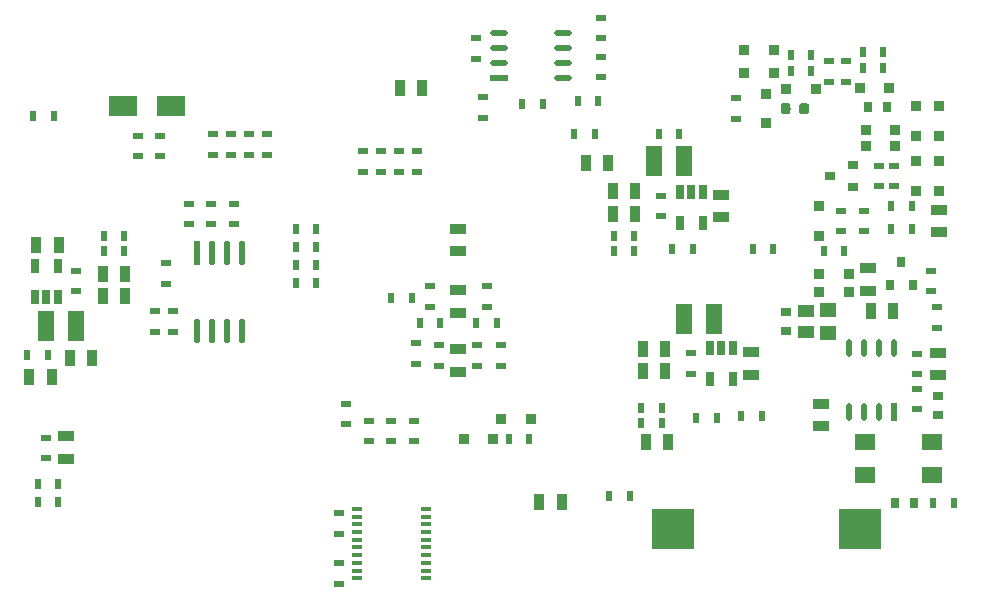
<source format=gbp>
G04 #@! TF.GenerationSoftware,KiCad,Pcbnew,5.0.0+dfsg1-2*
G04 #@! TF.CreationDate,2018-08-29T13:32:06+02:00*
G04 #@! TF.ProjectId,ulx3s,756C7833732E6B696361645F70636200,rev?*
G04 #@! TF.SameCoordinates,Original*
G04 #@! TF.FileFunction,Paste,Bot*
G04 #@! TF.FilePolarity,Positive*
%FSLAX46Y46*%
G04 Gerber Fmt 4.6, Leading zero omitted, Abs format (unit mm)*
G04 Created by KiCad (PCBNEW 5.0.0+dfsg1-2) date Wed Aug 29 13:32:06 2018*
%MOMM*%
%LPD*%
G01*
G04 APERTURE LIST*
%ADD10R,1.750000X1.350000*%
%ADD11R,0.650000X1.150000*%
%ADD12R,0.550000X1.500000*%
%ADD13O,0.550000X1.500000*%
%ADD14R,1.500000X0.550000*%
%ADD15O,1.500000X0.550000*%
%ADD16R,0.550000X2.050000*%
%ADD17O,0.550000X2.050000*%
%ADD18R,0.950000X0.350000*%
%ADD19R,0.620000X0.950000*%
%ADD20R,3.650000X3.450000*%
%ADD21R,0.920000X1.450000*%
%ADD22R,1.450000X0.920000*%
%ADD23R,0.950000X0.620000*%
%ADD24R,0.950000X0.950000*%
%ADD25R,1.450000X2.650000*%
%ADD26R,2.450000X1.750000*%
%ADD27R,0.750000X0.850000*%
%ADD28R,0.850000X0.750000*%
%ADD29R,0.770000X0.950000*%
%ADD30R,0.950000X0.770000*%
%ADD31R,1.350000X1.070000*%
%ADD32R,1.350000X1.245000*%
%ADD33C,0.100000*%
%ADD34C,0.825000*%
G04 APERTURE END LIST*
D10*
G04 #@! TO.C,Y2*
X178576000Y-98522000D03*
X172976000Y-98522000D03*
X172976000Y-101322000D03*
X178576000Y-101322000D03*
G04 #@! TD*
D11*
G04 #@! TO.C,U5*
X157285000Y-77392000D03*
X158235000Y-77392000D03*
X159185000Y-77392000D03*
X159185000Y-79992000D03*
X157285000Y-79992000D03*
G04 #@! TD*
G04 #@! TO.C,U3*
X159825000Y-90600000D03*
X160775000Y-90600000D03*
X161725000Y-90600000D03*
X161725000Y-93200000D03*
X159825000Y-93200000D03*
G04 #@! TD*
G04 #@! TO.C,U4*
X104575000Y-86215000D03*
X103625000Y-86215000D03*
X102675000Y-86215000D03*
X102675000Y-83615000D03*
X104575000Y-83615000D03*
G04 #@! TD*
D12*
G04 #@! TO.C,U7*
X175395000Y-96015000D03*
D13*
X174125000Y-96015000D03*
X172855000Y-96015000D03*
X171585000Y-96015000D03*
X171585000Y-90615000D03*
X172855000Y-90615000D03*
X174125000Y-90615000D03*
X175395000Y-90615000D03*
G04 #@! TD*
D14*
G04 #@! TO.C,U11*
X141980000Y-67706500D03*
D15*
X141980000Y-66436500D03*
X141980000Y-65166500D03*
X141980000Y-63896500D03*
X147380000Y-63896500D03*
X147380000Y-65166500D03*
X147380000Y-66436500D03*
X147380000Y-67706500D03*
G04 #@! TD*
D16*
G04 #@! TO.C,U10*
X116340000Y-82520000D03*
D17*
X117610000Y-82520000D03*
X118880000Y-82520000D03*
X120150000Y-82520000D03*
X120150000Y-89124000D03*
X118880000Y-89124000D03*
X117610000Y-89124000D03*
X116340000Y-89124000D03*
G04 #@! TD*
D18*
G04 #@! TO.C,U6*
X129935000Y-104215000D03*
X129935000Y-104865000D03*
X129935000Y-105515000D03*
X129935000Y-106165000D03*
X129935000Y-106815000D03*
X129935000Y-107465000D03*
X129935000Y-108115000D03*
X129935000Y-108765000D03*
X129935000Y-109415000D03*
X129935000Y-110065000D03*
X135735000Y-110065000D03*
X135735000Y-109415000D03*
X135735000Y-108765000D03*
X135735000Y-108115000D03*
X135735000Y-107465000D03*
X135735000Y-106815000D03*
X135735000Y-106165000D03*
X135735000Y-105515000D03*
X135735000Y-104865000D03*
X135735000Y-104215000D03*
G04 #@! TD*
D19*
G04 #@! TO.C,C49*
X103738000Y-91156000D03*
X101988000Y-91156000D03*
G04 #@! TD*
D20*
G04 #@! TO.C,BAT1*
X172485000Y-105870000D03*
X156685000Y-105870000D03*
G04 #@! TD*
D21*
G04 #@! TO.C,C47*
X133546000Y-68550000D03*
X135456000Y-68550000D03*
G04 #@! TD*
G04 #@! TO.C,C1*
X102748500Y-81885000D03*
X104658500Y-81885000D03*
G04 #@! TD*
D19*
G04 #@! TO.C,C2*
X153985000Y-96910000D03*
X155735000Y-96910000D03*
G04 #@! TD*
D21*
G04 #@! TO.C,C3*
X156015000Y-90630000D03*
X154105000Y-90630000D03*
G04 #@! TD*
G04 #@! TO.C,C4*
X154105000Y-92535000D03*
X156015000Y-92535000D03*
G04 #@! TD*
D22*
G04 #@! TO.C,C5*
X163315000Y-90945000D03*
X163315000Y-92855000D03*
G04 #@! TD*
D19*
G04 #@! TO.C,C6*
X151645000Y-82375000D03*
X153395000Y-82375000D03*
G04 #@! TD*
D21*
G04 #@! TO.C,C7*
X153475000Y-79200000D03*
X151565000Y-79200000D03*
G04 #@! TD*
G04 #@! TO.C,C8*
X153475000Y-77295000D03*
X151565000Y-77295000D03*
G04 #@! TD*
D22*
G04 #@! TO.C,C9*
X160775000Y-79520000D03*
X160775000Y-77610000D03*
G04 #@! TD*
D19*
G04 #@! TO.C,C10*
X108465000Y-81105000D03*
X110215000Y-81105000D03*
G04 #@! TD*
D21*
G04 #@! TO.C,C11*
X108385000Y-84280000D03*
X110295000Y-84280000D03*
G04 #@! TD*
G04 #@! TO.C,C12*
X110295000Y-86185000D03*
X108385000Y-86185000D03*
G04 #@! TD*
D22*
G04 #@! TO.C,C13*
X173221000Y-83833000D03*
X173221000Y-85743000D03*
G04 #@! TD*
D23*
G04 #@! TO.C,C14*
X175380000Y-76900000D03*
X175380000Y-75150000D03*
G04 #@! TD*
D22*
G04 #@! TO.C,C15*
X105276000Y-99967000D03*
X105276000Y-98057000D03*
G04 #@! TD*
D21*
G04 #@! TO.C,C16*
X173424000Y-87473000D03*
X175334000Y-87473000D03*
G04 #@! TD*
D22*
G04 #@! TO.C,C17*
X138500000Y-90665000D03*
X138500000Y-92575000D03*
G04 #@! TD*
D23*
G04 #@! TO.C,C18*
X150589600Y-64359000D03*
X150589600Y-62609000D03*
G04 #@! TD*
D22*
G04 #@! TO.C,C19*
X138500000Y-82375000D03*
X138500000Y-80465000D03*
G04 #@! TD*
G04 #@! TO.C,C20*
X138500000Y-87575000D03*
X138500000Y-85665000D03*
G04 #@! TD*
D21*
G04 #@! TO.C,C21*
X104072000Y-93061000D03*
X102162000Y-93061000D03*
G04 #@! TD*
G04 #@! TO.C,C22*
X154359000Y-98504000D03*
X156269000Y-98504000D03*
G04 #@! TD*
G04 #@! TO.C,C23*
X105591000Y-91392000D03*
X107501000Y-91392000D03*
G04 #@! TD*
G04 #@! TO.C,C24*
X151189000Y-74882000D03*
X149279000Y-74882000D03*
G04 #@! TD*
D23*
G04 #@! TO.C,C25*
X140900000Y-87095000D03*
X140900000Y-85345000D03*
G04 #@! TD*
G04 #@! TO.C,C26*
X136100000Y-87095000D03*
X136100000Y-85345000D03*
G04 #@! TD*
G04 #@! TO.C,C27*
X136900000Y-92095000D03*
X136900000Y-90345000D03*
G04 #@! TD*
G04 #@! TO.C,C28*
X140100000Y-90345000D03*
X140100000Y-92095000D03*
G04 #@! TD*
G04 #@! TO.C,C29*
X142100000Y-92095000D03*
X142100000Y-90345000D03*
G04 #@! TD*
G04 #@! TO.C,C30*
X134900000Y-90145000D03*
X134900000Y-91895000D03*
G04 #@! TD*
D19*
G04 #@! TO.C,C31*
X135225000Y-88420000D03*
X136975000Y-88420000D03*
G04 #@! TD*
G04 #@! TO.C,C32*
X140025000Y-88420000D03*
X141775000Y-88420000D03*
G04 #@! TD*
G04 #@! TO.C,C33*
X163425000Y-82220000D03*
X165175000Y-82220000D03*
G04 #@! TD*
G04 #@! TO.C,C34*
X158375000Y-82220000D03*
X156625000Y-82220000D03*
G04 #@! TD*
D23*
G04 #@! TO.C,C35*
X177300000Y-94025000D03*
X177300000Y-95775000D03*
G04 #@! TD*
D21*
G04 #@! TO.C,C46*
X145342000Y-103584000D03*
X147252000Y-103584000D03*
G04 #@! TD*
D19*
G04 #@! TO.C,C48*
X104246000Y-70963000D03*
X102496000Y-70963000D03*
G04 #@! TD*
D23*
G04 #@! TO.C,C50*
X179063000Y-88856000D03*
X179063000Y-87106000D03*
G04 #@! TD*
D19*
G04 #@! TO.C,C51*
X180473000Y-103711000D03*
X178723000Y-103711000D03*
G04 #@! TD*
G04 #@! TO.C,C52*
X158645000Y-96490000D03*
X160395000Y-96490000D03*
G04 #@! TD*
G04 #@! TO.C,C53*
X132827200Y-86330000D03*
X134577200Y-86330000D03*
G04 #@! TD*
D22*
G04 #@! TO.C,C54*
X169172000Y-95281000D03*
X169172000Y-97191000D03*
G04 #@! TD*
G04 #@! TO.C,D11*
X179190000Y-80790000D03*
X179190000Y-78880000D03*
G04 #@! TD*
D24*
G04 #@! TO.C,D10*
X169050000Y-84280000D03*
X171550000Y-84280000D03*
G04 #@! TD*
G04 #@! TO.C,D12*
X169030000Y-78585000D03*
X169030000Y-81085000D03*
G04 #@! TD*
G04 #@! TO.C,D13*
X171550000Y-85804000D03*
X169050000Y-85804000D03*
G04 #@! TD*
G04 #@! TO.C,D14*
X179190000Y-74775000D03*
X179190000Y-77275000D03*
G04 #@! TD*
G04 #@! TO.C,D15*
X177285000Y-77275000D03*
X177285000Y-74775000D03*
G04 #@! TD*
G04 #@! TO.C,D16*
X172987000Y-73503000D03*
X175487000Y-73503000D03*
G04 #@! TD*
G04 #@! TO.C,D17*
X164585000Y-69060000D03*
X164585000Y-71560000D03*
G04 #@! TD*
G04 #@! TO.C,D20*
X168756000Y-68659000D03*
X166256000Y-68659000D03*
G04 #@! TD*
G04 #@! TO.C,D21*
X174979000Y-68550000D03*
X172479000Y-68550000D03*
G04 #@! TD*
G04 #@! TO.C,D23*
X165200000Y-67262000D03*
X162700000Y-67262000D03*
G04 #@! TD*
G04 #@! TO.C,D24*
X162700000Y-65357000D03*
X165200000Y-65357000D03*
G04 #@! TD*
G04 #@! TO.C,D25*
X177285000Y-72594000D03*
X177285000Y-70094000D03*
G04 #@! TD*
G04 #@! TO.C,D26*
X179190000Y-70094000D03*
X179190000Y-72594000D03*
G04 #@! TD*
D23*
G04 #@! TO.C,R49*
X113277000Y-74360000D03*
X113277000Y-72610000D03*
G04 #@! TD*
G04 #@! TO.C,R50*
X111372000Y-72610000D03*
X111372000Y-74360000D03*
G04 #@! TD*
D19*
G04 #@! TO.C,R51*
X155455000Y-72487000D03*
X157205000Y-72487000D03*
G04 #@! TD*
D23*
G04 #@! TO.C,R52*
X171331000Y-66278000D03*
X171331000Y-68028000D03*
G04 #@! TD*
G04 #@! TO.C,R53*
X169919000Y-68028000D03*
X169919000Y-66278000D03*
G04 #@! TD*
D19*
G04 #@! TO.C,R54*
X174477000Y-65502000D03*
X172727000Y-65502000D03*
G04 #@! TD*
D23*
G04 #@! TO.C,R56*
X128390000Y-106321000D03*
X128390000Y-104571000D03*
G04 #@! TD*
G04 #@! TO.C,R57*
X117722000Y-72483000D03*
X117722000Y-74233000D03*
G04 #@! TD*
G04 #@! TO.C,R58*
X119246000Y-74233000D03*
X119246000Y-72483000D03*
G04 #@! TD*
G04 #@! TO.C,R59*
X120770000Y-72483000D03*
X120770000Y-74233000D03*
G04 #@! TD*
G04 #@! TO.C,R60*
X122294000Y-74233000D03*
X122294000Y-72483000D03*
G04 #@! TD*
D19*
G04 #@! TO.C,R61*
X145655000Y-69900000D03*
X143905000Y-69900000D03*
G04 #@! TD*
G04 #@! TO.C,R40*
X166631000Y-65738000D03*
X168381000Y-65738000D03*
G04 #@! TD*
D23*
G04 #@! TO.C,R55*
X134740000Y-96740000D03*
X134740000Y-98490000D03*
G04 #@! TD*
D22*
G04 #@! TO.C,C55*
X179078000Y-90963000D03*
X179078000Y-92873000D03*
G04 #@! TD*
D23*
G04 #@! TO.C,R65*
X177300000Y-92793000D03*
X177300000Y-91043000D03*
G04 #@! TD*
D25*
G04 #@! TO.C,L1*
X160140000Y-88090000D03*
X157600000Y-88090000D03*
G04 #@! TD*
G04 #@! TO.C,L2*
X103625000Y-88725000D03*
X106165000Y-88725000D03*
G04 #@! TD*
G04 #@! TO.C,L3*
X155060000Y-74755000D03*
X157600000Y-74755000D03*
G04 #@! TD*
D19*
G04 #@! TO.C,R1*
X171175000Y-82375000D03*
X169425000Y-82375000D03*
G04 #@! TD*
D23*
G04 #@! TO.C,R2*
X172840000Y-78960000D03*
X172840000Y-80710000D03*
G04 #@! TD*
G04 #@! TO.C,R3*
X162045000Y-71185000D03*
X162045000Y-69435000D03*
G04 #@! TD*
D19*
G04 #@! TO.C,R4*
X176890000Y-80470000D03*
X175140000Y-80470000D03*
G04 #@! TD*
D23*
G04 #@! TO.C,R5*
X174110000Y-75150000D03*
X174110000Y-76900000D03*
G04 #@! TD*
G04 #@! TO.C,R6*
X178555000Y-85790000D03*
X178555000Y-84040000D03*
G04 #@! TD*
G04 #@! TO.C,R7*
X113785000Y-85155000D03*
X113785000Y-83405000D03*
G04 #@! TD*
G04 #@! TO.C,R8*
X170935000Y-80710000D03*
X170935000Y-78960000D03*
G04 #@! TD*
G04 #@! TO.C,R9*
X128390000Y-110555000D03*
X128390000Y-108805000D03*
G04 #@! TD*
D19*
G04 #@! TO.C,R10*
X151264000Y-103076000D03*
X153014000Y-103076000D03*
G04 #@! TD*
D23*
G04 #@! TO.C,R11*
X119515000Y-80093000D03*
X119515000Y-78343000D03*
G04 #@! TD*
G04 #@! TO.C,R12*
X114308000Y-89219000D03*
X114308000Y-87469000D03*
G04 #@! TD*
D19*
G04 #@! TO.C,R13*
X175140000Y-78565000D03*
X176890000Y-78565000D03*
G04 #@! TD*
G04 #@! TO.C,R14*
X124721000Y-85060000D03*
X126471000Y-85060000D03*
G04 #@! TD*
G04 #@! TO.C,R15*
X126471000Y-83536000D03*
X124721000Y-83536000D03*
G04 #@! TD*
G04 #@! TO.C,R16*
X124721000Y-82012000D03*
X126471000Y-82012000D03*
G04 #@! TD*
G04 #@! TO.C,R17*
X126471000Y-80470000D03*
X124721000Y-80470000D03*
G04 #@! TD*
D23*
G04 #@! TO.C,R18*
X130422000Y-73898000D03*
X130422000Y-75648000D03*
G04 #@! TD*
G04 #@! TO.C,R19*
X131961000Y-73898000D03*
X131961000Y-75648000D03*
G04 #@! TD*
G04 #@! TO.C,R20*
X133485000Y-73898000D03*
X133485000Y-75648000D03*
G04 #@! TD*
G04 #@! TO.C,R21*
X135009000Y-75648000D03*
X135009000Y-73898000D03*
G04 #@! TD*
G04 #@! TO.C,R22*
X140025500Y-66105000D03*
X140025500Y-64355000D03*
G04 #@! TD*
G04 #@! TO.C,R23*
X140597000Y-71076000D03*
X140597000Y-69326000D03*
G04 #@! TD*
G04 #@! TO.C,R24*
X150615000Y-67647000D03*
X150615000Y-65897000D03*
G04 #@! TD*
D19*
G04 #@! TO.C,R25*
X148300000Y-72487000D03*
X150050000Y-72487000D03*
G04 #@! TD*
G04 #@! TO.C,R26*
X150362000Y-69693000D03*
X148612000Y-69693000D03*
G04 #@! TD*
D23*
G04 #@! TO.C,R27*
X129025000Y-95300000D03*
X129025000Y-97050000D03*
G04 #@! TD*
G04 #@! TO.C,R28*
X117595000Y-78343000D03*
X117595000Y-80093000D03*
G04 #@! TD*
G04 #@! TO.C,R29*
X112784000Y-89219000D03*
X112784000Y-87469000D03*
G04 #@! TD*
G04 #@! TO.C,R30*
X115690000Y-78343000D03*
X115690000Y-80093000D03*
G04 #@! TD*
D19*
G04 #@! TO.C,R31*
X142755000Y-98250000D03*
X144505000Y-98250000D03*
G04 #@! TD*
D23*
G04 #@! TO.C,R32*
X132835000Y-98490000D03*
X132835000Y-96740000D03*
G04 #@! TD*
G04 #@! TO.C,R33*
X130930000Y-96740000D03*
X130930000Y-98490000D03*
G04 #@! TD*
D19*
G04 #@! TO.C,R34*
X102877000Y-103600000D03*
X104627000Y-103600000D03*
G04 #@! TD*
G04 #@! TO.C,R35*
X102877000Y-102060000D03*
X104627000Y-102060000D03*
G04 #@! TD*
D23*
G04 #@! TO.C,R38*
X103576500Y-99905000D03*
X103576500Y-98155000D03*
G04 #@! TD*
D19*
G04 #@! TO.C,R39*
X164190000Y-96345000D03*
X162440000Y-96345000D03*
G04 #@! TD*
G04 #@! TO.C,R63*
X168381000Y-67135000D03*
X166631000Y-67135000D03*
G04 #@! TD*
G04 #@! TO.C,R64*
X174475000Y-66899000D03*
X172725000Y-66899000D03*
G04 #@! TD*
G04 #@! TO.C,RA1*
X153985000Y-95640000D03*
X155735000Y-95640000D03*
G04 #@! TD*
G04 #@! TO.C,RA2*
X110215000Y-82375000D03*
X108465000Y-82375000D03*
G04 #@! TD*
G04 #@! TO.C,RA3*
X151645000Y-81105000D03*
X153395000Y-81105000D03*
G04 #@! TD*
D23*
G04 #@! TO.C,RB1*
X158235000Y-92775000D03*
X158235000Y-91025000D03*
G04 #@! TD*
G04 #@! TO.C,RB2*
X106165000Y-85790000D03*
X106165000Y-84040000D03*
G04 #@! TD*
G04 #@! TO.C,RB3*
X155695000Y-79440000D03*
X155695000Y-77690000D03*
G04 #@! TD*
D26*
G04 #@! TO.C,D8*
X110149000Y-70074000D03*
X114149000Y-70074000D03*
G04 #@! TD*
D27*
G04 #@! TO.C,Q1*
X176015000Y-83280000D03*
X175065000Y-85280000D03*
X176965000Y-85280000D03*
G04 #@! TD*
D28*
G04 #@! TO.C,Q2*
X171935000Y-75075000D03*
X171935000Y-76975000D03*
X169935000Y-76025000D03*
G04 #@! TD*
D24*
G04 #@! TO.C,D27*
X175502000Y-72106000D03*
X173002000Y-72106000D03*
G04 #@! TD*
D29*
G04 #@! TO.C,R66*
X173198000Y-70201000D03*
X174798000Y-70201000D03*
G04 #@! TD*
D30*
G04 #@! TO.C,C56*
X179078000Y-96274000D03*
X179078000Y-94674000D03*
G04 #@! TD*
D29*
G04 #@! TO.C,C57*
X177084000Y-103711000D03*
X175484000Y-103711000D03*
G04 #@! TD*
D31*
G04 #@! TO.C,C58*
X167902000Y-89242000D03*
X167902000Y-87482000D03*
G04 #@! TD*
D30*
G04 #@! TO.C,C59*
X166251000Y-89162000D03*
X166251000Y-87562000D03*
G04 #@! TD*
D32*
G04 #@! TO.C,L4*
X169807000Y-87394500D03*
X169807000Y-89329500D03*
G04 #@! TD*
D24*
G04 #@! TO.C,D28*
X144626000Y-96599000D03*
X142126000Y-96599000D03*
G04 #@! TD*
G04 #@! TO.C,D29*
X138951000Y-98250000D03*
X141451000Y-98250000D03*
G04 #@! TD*
D33*
G04 #@! TO.C,C60*
G36*
X166436966Y-69860993D02*
X166456987Y-69863963D01*
X166476621Y-69868881D01*
X166495678Y-69875700D01*
X166513976Y-69884354D01*
X166531336Y-69894759D01*
X166547594Y-69906817D01*
X166562591Y-69920409D01*
X166576183Y-69935406D01*
X166588241Y-69951664D01*
X166598646Y-69969024D01*
X166607300Y-69987322D01*
X166614119Y-70006379D01*
X166619037Y-70026013D01*
X166622007Y-70046034D01*
X166623000Y-70066250D01*
X166623000Y-70553750D01*
X166622007Y-70573966D01*
X166619037Y-70593987D01*
X166614119Y-70613621D01*
X166607300Y-70632678D01*
X166598646Y-70650976D01*
X166588241Y-70668336D01*
X166576183Y-70684594D01*
X166562591Y-70699591D01*
X166547594Y-70713183D01*
X166531336Y-70725241D01*
X166513976Y-70735646D01*
X166495678Y-70744300D01*
X166476621Y-70751119D01*
X166456987Y-70756037D01*
X166436966Y-70759007D01*
X166416750Y-70760000D01*
X166004250Y-70760000D01*
X165984034Y-70759007D01*
X165964013Y-70756037D01*
X165944379Y-70751119D01*
X165925322Y-70744300D01*
X165907024Y-70735646D01*
X165889664Y-70725241D01*
X165873406Y-70713183D01*
X165858409Y-70699591D01*
X165844817Y-70684594D01*
X165832759Y-70668336D01*
X165822354Y-70650976D01*
X165813700Y-70632678D01*
X165806881Y-70613621D01*
X165801963Y-70593987D01*
X165798993Y-70573966D01*
X165798000Y-70553750D01*
X165798000Y-70066250D01*
X165798993Y-70046034D01*
X165801963Y-70026013D01*
X165806881Y-70006379D01*
X165813700Y-69987322D01*
X165822354Y-69969024D01*
X165832759Y-69951664D01*
X165844817Y-69935406D01*
X165858409Y-69920409D01*
X165873406Y-69906817D01*
X165889664Y-69894759D01*
X165907024Y-69884354D01*
X165925322Y-69875700D01*
X165944379Y-69868881D01*
X165964013Y-69863963D01*
X165984034Y-69860993D01*
X166004250Y-69860000D01*
X166416750Y-69860000D01*
X166436966Y-69860993D01*
X166436966Y-69860993D01*
G37*
D34*
X166210500Y-70310000D03*
D33*
G36*
X168011966Y-69860993D02*
X168031987Y-69863963D01*
X168051621Y-69868881D01*
X168070678Y-69875700D01*
X168088976Y-69884354D01*
X168106336Y-69894759D01*
X168122594Y-69906817D01*
X168137591Y-69920409D01*
X168151183Y-69935406D01*
X168163241Y-69951664D01*
X168173646Y-69969024D01*
X168182300Y-69987322D01*
X168189119Y-70006379D01*
X168194037Y-70026013D01*
X168197007Y-70046034D01*
X168198000Y-70066250D01*
X168198000Y-70553750D01*
X168197007Y-70573966D01*
X168194037Y-70593987D01*
X168189119Y-70613621D01*
X168182300Y-70632678D01*
X168173646Y-70650976D01*
X168163241Y-70668336D01*
X168151183Y-70684594D01*
X168137591Y-70699591D01*
X168122594Y-70713183D01*
X168106336Y-70725241D01*
X168088976Y-70735646D01*
X168070678Y-70744300D01*
X168051621Y-70751119D01*
X168031987Y-70756037D01*
X168011966Y-70759007D01*
X167991750Y-70760000D01*
X167579250Y-70760000D01*
X167559034Y-70759007D01*
X167539013Y-70756037D01*
X167519379Y-70751119D01*
X167500322Y-70744300D01*
X167482024Y-70735646D01*
X167464664Y-70725241D01*
X167448406Y-70713183D01*
X167433409Y-70699591D01*
X167419817Y-70684594D01*
X167407759Y-70668336D01*
X167397354Y-70650976D01*
X167388700Y-70632678D01*
X167381881Y-70613621D01*
X167376963Y-70593987D01*
X167373993Y-70573966D01*
X167373000Y-70553750D01*
X167373000Y-70066250D01*
X167373993Y-70046034D01*
X167376963Y-70026013D01*
X167381881Y-70006379D01*
X167388700Y-69987322D01*
X167397354Y-69969024D01*
X167407759Y-69951664D01*
X167419817Y-69935406D01*
X167433409Y-69920409D01*
X167448406Y-69906817D01*
X167464664Y-69894759D01*
X167482024Y-69884354D01*
X167500322Y-69875700D01*
X167519379Y-69868881D01*
X167539013Y-69863963D01*
X167559034Y-69860993D01*
X167579250Y-69860000D01*
X167991750Y-69860000D01*
X168011966Y-69860993D01*
X168011966Y-69860993D01*
G37*
D34*
X167785500Y-70310000D03*
G04 #@! TD*
M02*

</source>
